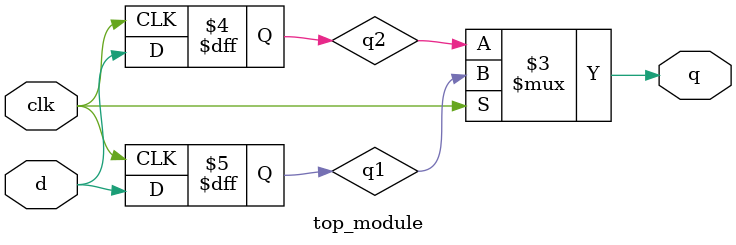
<source format=v>
module top_module(
    input clk,
    input d,
    output q
);

    reg q1,q2;
	
    always@(posedge clk)
        q1 <= d;
		
    always@(negedge clk)
        q2 <= d;
		
    assign q = clk ? q1 : q2;
	
endmodule
</source>
